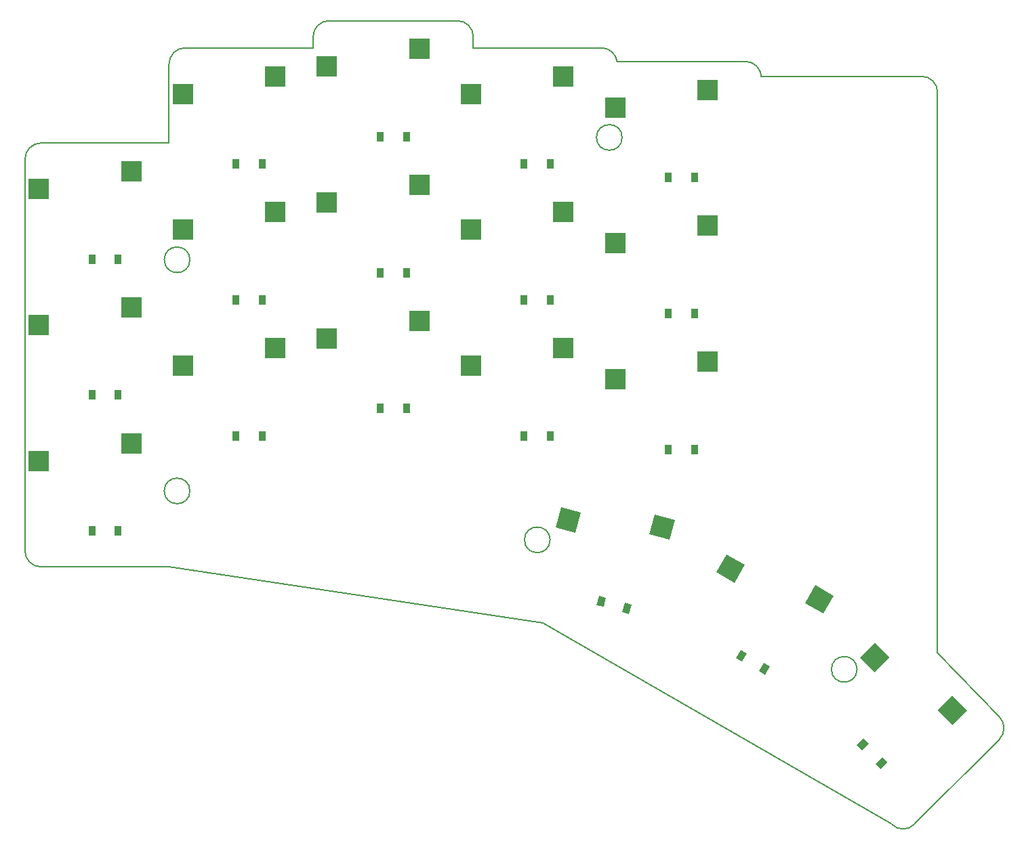
<source format=gbr>
G04 #@! TF.GenerationSoftware,KiCad,Pcbnew,5.1.5+dfsg1-2build2*
G04 #@! TF.CreationDate,2021-09-10T19:33:11+00:00*
G04 #@! TF.ProjectId,main-routed,6d61696e-2d72-46f7-9574-65642e6b6963,VERSION_HERE*
G04 #@! TF.SameCoordinates,Original*
G04 #@! TF.FileFunction,Paste,Top*
G04 #@! TF.FilePolarity,Positive*
%FSLAX46Y46*%
G04 Gerber Fmt 4.6, Leading zero omitted, Abs format (unit mm)*
G04 Created by KiCad (PCBNEW 5.1.5+dfsg1-2build2) date 2021-09-10 19:33:11*
%MOMM*%
%LPD*%
G04 APERTURE LIST*
G04 #@! TA.AperFunction,Profile*
%ADD10C,0.150000*%
G04 #@! TD*
%ADD11R,2.600000X2.600000*%
%ADD12R,0.900000X1.200000*%
%ADD13C,0.350000*%
G04 APERTURE END LIST*
D10*
X10000000Y-9500000D02*
X26000000Y-9500000D01*
X8000000Y-7500000D02*
X8000000Y41500000D01*
X10000000Y-9500000D02*
G75*
G02X8000000Y-7500000I0J2000000D01*
G01*
X26000000Y43500000D02*
X10000000Y43500000D01*
X8000000Y41500000D02*
G75*
G02X10000000Y43500000I2000000J0D01*
G01*
X44000000Y55400000D02*
X28000000Y55400000D01*
X26000000Y53400000D02*
G75*
G02X28000000Y55400000I2000000J0D01*
G01*
X26000000Y53400000D02*
X26000000Y43500000D01*
X64000000Y55400000D02*
X64000000Y56800000D01*
X62000000Y58800000D02*
G75*
G02X64000000Y56800000I0J-2000000D01*
G01*
X62000000Y58800000D02*
X46000000Y58800000D01*
X44000000Y56800000D02*
G75*
G02X46000000Y58800000I2000000J0D01*
G01*
X44000000Y56800000D02*
X44000000Y55400000D01*
X80000000Y55400000D02*
G75*
G02X81977391Y53699872I0J-2000000D01*
G01*
X80000000Y55400000D02*
X64000000Y55400000D01*
X98000000Y53700000D02*
G75*
G02X99994367Y51850000I0J-2000000D01*
G01*
X98000000Y53700000D02*
X82000000Y53700000D01*
X81977391Y53699872D02*
G75*
G02X82000000Y53700000I22609J-1999872D01*
G01*
X119117258Y-41686664D02*
G75*
G02X116288831Y-41686665I-1414214J1414213D01*
G01*
X119117258Y-41686665D02*
X129723860Y-31080063D01*
X129723859Y-28251636D02*
G75*
G02X129723860Y-31080063I-1414213J-1414214D01*
G01*
X122000000Y-20208734D02*
X129723860Y-28251636D01*
X116288831Y-41686665D02*
X72707107Y-16524745D01*
X72707107Y-16524745D02*
X26000000Y-9500000D01*
X122000000Y-20208734D02*
X122000000Y49850000D01*
X120000000Y51850000D02*
G75*
G02X122000000Y49850000I0J-2000000D01*
G01*
X120000000Y51850000D02*
X99994367Y51850000D01*
X28600000Y28900000D02*
G75*
G03X28600000Y28900000I-1600000J0D01*
G01*
X28600000Y0D02*
G75*
G03X28600000Y0I-1600000J0D01*
G01*
X82600000Y44200000D02*
G75*
G03X82600000Y44200000I-1600000J0D01*
G01*
X73600000Y-6120000D02*
G75*
G03X73600000Y-6120000I-1600000J0D01*
G01*
X111949134Y-22311939D02*
G75*
G03X111949134Y-22311939I-1600000J0D01*
G01*
D11*
G04 #@! TO.C,S1*
X21275000Y5950000D03*
X9725000Y3750000D03*
G04 #@! TD*
D12*
G04 #@! TO.C,D1*
X16350000Y-5000000D03*
X19650000Y-5000000D03*
G04 #@! TD*
D11*
G04 #@! TO.C,S2*
X21275000Y22950000D03*
X9725000Y20750000D03*
G04 #@! TD*
D12*
G04 #@! TO.C,D2*
X16350000Y12000000D03*
X19650000Y12000000D03*
G04 #@! TD*
D11*
G04 #@! TO.C,S3*
X21275000Y39950000D03*
X9725000Y37750000D03*
G04 #@! TD*
D12*
G04 #@! TO.C,D3*
X16350000Y29000000D03*
X19650000Y29000000D03*
G04 #@! TD*
D11*
G04 #@! TO.C,S4*
X39275000Y17850000D03*
X27725000Y15650000D03*
G04 #@! TD*
D12*
G04 #@! TO.C,D4*
X34350000Y6900000D03*
X37650000Y6900000D03*
G04 #@! TD*
D11*
G04 #@! TO.C,S5*
X39275000Y34850000D03*
X27725000Y32650000D03*
G04 #@! TD*
D12*
G04 #@! TO.C,D5*
X34350000Y23900000D03*
X37650000Y23900000D03*
G04 #@! TD*
D11*
G04 #@! TO.C,S6*
X39275000Y51850000D03*
X27725000Y49650000D03*
G04 #@! TD*
D12*
G04 #@! TO.C,D6*
X34350000Y40900000D03*
X37650000Y40900000D03*
G04 #@! TD*
D11*
G04 #@! TO.C,S7*
X57275000Y21250000D03*
X45725000Y19050000D03*
G04 #@! TD*
D12*
G04 #@! TO.C,D7*
X52350000Y10300000D03*
X55650000Y10300000D03*
G04 #@! TD*
D11*
G04 #@! TO.C,S8*
X57275000Y38250000D03*
X45725000Y36050000D03*
G04 #@! TD*
D12*
G04 #@! TO.C,D8*
X52350000Y27300000D03*
X55650000Y27300000D03*
G04 #@! TD*
D11*
G04 #@! TO.C,S9*
X57275000Y55250000D03*
X45725000Y53050000D03*
G04 #@! TD*
D12*
G04 #@! TO.C,D9*
X52350000Y44300000D03*
X55650000Y44300000D03*
G04 #@! TD*
D11*
G04 #@! TO.C,S10*
X75275000Y17850000D03*
X63725000Y15650000D03*
G04 #@! TD*
D12*
G04 #@! TO.C,D10*
X70350000Y6900000D03*
X73650000Y6900000D03*
G04 #@! TD*
D11*
G04 #@! TO.C,S11*
X75275000Y34850000D03*
X63725000Y32650000D03*
G04 #@! TD*
D12*
G04 #@! TO.C,D11*
X70350000Y23900000D03*
X73650000Y23900000D03*
G04 #@! TD*
D11*
G04 #@! TO.C,S12*
X75275000Y51850000D03*
X63725000Y49650000D03*
G04 #@! TD*
D12*
G04 #@! TO.C,D12*
X70350000Y40900000D03*
X73650000Y40900000D03*
G04 #@! TD*
D11*
G04 #@! TO.C,S13*
X93275000Y16150000D03*
X81725000Y13950000D03*
G04 #@! TD*
D12*
G04 #@! TO.C,D13*
X88350000Y5200000D03*
X91650000Y5200000D03*
G04 #@! TD*
D11*
G04 #@! TO.C,S14*
X93275000Y33150000D03*
X81725000Y30950000D03*
G04 #@! TD*
D12*
G04 #@! TO.C,D14*
X88350000Y22200000D03*
X91650000Y22200000D03*
G04 #@! TD*
D11*
G04 #@! TO.C,S15*
X93275000Y50150000D03*
X81725000Y47950000D03*
G04 #@! TD*
D12*
G04 #@! TO.C,D15*
X88350000Y39200000D03*
X91650000Y39200000D03*
G04 #@! TD*
D13*
G04 #@! TO.C,S16*
G36*
X86004512Y-5438613D02*
G01*
X86677441Y-2927206D01*
X89188848Y-3600135D01*
X88515919Y-6111542D01*
X86004512Y-5438613D01*
G37*
G36*
X74278667Y-4574290D02*
G01*
X74951596Y-2062883D01*
X77463003Y-2735812D01*
X76790074Y-5247219D01*
X74278667Y-4574290D01*
G37*
G04 #@! TD*
G04 #@! TO.C,D16*
G36*
X79415464Y-14284637D02*
G01*
X79726047Y-13125526D01*
X80595380Y-13358463D01*
X80284797Y-14517574D01*
X79415464Y-14284637D01*
G37*
G36*
X82603020Y-15138737D02*
G01*
X82913603Y-13979626D01*
X83782936Y-14212563D01*
X83472353Y-15371674D01*
X82603020Y-15138737D01*
G37*
G04 #@! TD*
G04 #@! TO.C,S17*
G36*
X105466400Y-14057982D02*
G01*
X106766400Y-11806316D01*
X109018066Y-13106316D01*
X107718066Y-15357982D01*
X105466400Y-14057982D01*
G37*
G36*
X94363807Y-10188238D02*
G01*
X95663807Y-7936572D01*
X97915473Y-9236572D01*
X96615473Y-11488238D01*
X94363807Y-10188238D01*
G37*
G04 #@! TD*
G04 #@! TO.C,D17*
G36*
X96812247Y-20897315D02*
G01*
X97412247Y-19858085D01*
X98191669Y-20308085D01*
X97591669Y-21347315D01*
X96812247Y-20897315D01*
G37*
G36*
X99670131Y-22547315D02*
G01*
X100270131Y-21508085D01*
X101049553Y-21958085D01*
X100449553Y-22997315D01*
X99670131Y-22547315D01*
G37*
G04 #@! TD*
G04 #@! TO.C,S18*
G36*
X122033582Y-27420789D02*
G01*
X123872060Y-25582311D01*
X125710538Y-27420789D01*
X123872060Y-29259267D01*
X122033582Y-27420789D01*
G37*
G36*
X112310864Y-20809341D02*
G01*
X114149342Y-18970863D01*
X115987820Y-20809341D01*
X114149342Y-22647819D01*
X112310864Y-20809341D01*
G37*
G04 #@! TD*
G04 #@! TO.C,D18*
G36*
X111904812Y-31787140D02*
G01*
X112753340Y-30938612D01*
X113389736Y-31575008D01*
X112541208Y-32423536D01*
X111904812Y-31787140D01*
G37*
G36*
X114238264Y-34120592D02*
G01*
X115086792Y-33272064D01*
X115723188Y-33908460D01*
X114874660Y-34756988D01*
X114238264Y-34120592D01*
G37*
G04 #@! TD*
M02*

</source>
